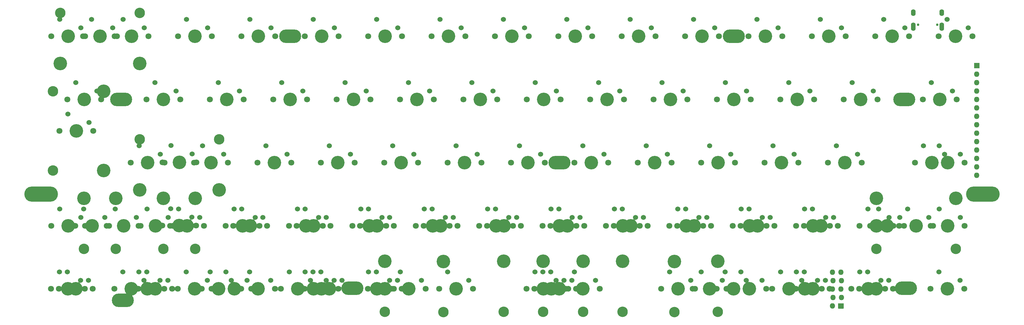
<source format=gbr>
G04 #@! TF.GenerationSoftware,KiCad,Pcbnew,(5.1.9)-1*
G04 #@! TF.CreationDate,2021-02-12T10:27:06+09:00*
G04 #@! TF.ProjectId,Joker60-NoArrows,4a6f6b65-7236-4302-9d4e-6f4172726f77,pre-Alpha*
G04 #@! TF.SameCoordinates,Original*
G04 #@! TF.FileFunction,Soldermask,Bot*
G04 #@! TF.FilePolarity,Negative*
%FSLAX46Y46*%
G04 Gerber Fmt 4.6, Leading zero omitted, Abs format (unit mm)*
G04 Created by KiCad (PCBNEW (5.1.9)-1) date 2021-02-12 10:27:06*
%MOMM*%
%LPD*%
G01*
G04 APERTURE LIST*
%ADD10C,1.524000*%
%ADD11C,1.803800*%
%ADD12C,4.089800*%
%ADD13C,3.150000*%
%ADD14O,1.402000X2.502000*%
%ADD15O,1.402000X2.002000*%
%ADD16C,0.752000*%
%ADD17O,10.102000X4.602001*%
%ADD18O,6.602000X4.102000*%
%ADD19O,1.626000X1.626000*%
%ADD20C,0.254000*%
G04 APERTURE END LIST*
D10*
X109478990Y-145963365D03*
X103128990Y-143423365D03*
D11*
X100588990Y-148503365D03*
X110748990Y-148503365D03*
D12*
X105668990Y-148503365D03*
D10*
X83285130Y-145963365D03*
X76935130Y-143423365D03*
D11*
X74395130Y-148503365D03*
X84555130Y-148503365D03*
D12*
X79475130Y-148503365D03*
D10*
X233305000Y-145963125D03*
X226955000Y-143423125D03*
D11*
X224415000Y-148503125D03*
X234575000Y-148503125D03*
D12*
X229495000Y-148503125D03*
D10*
X230923750Y-145963365D03*
X224573750Y-143423365D03*
D11*
X222033750Y-148503365D03*
X232193750Y-148503365D03*
D12*
X227113750Y-148503365D03*
D10*
X249973750Y-145963365D03*
X243623750Y-143423365D03*
D11*
X241083750Y-148503365D03*
X251243750Y-148503365D03*
D12*
X246163750Y-148503365D03*
D10*
X128428750Y-164941250D03*
X122078750Y-162401250D03*
D11*
X119538750Y-167481250D03*
X129698750Y-167481250D03*
D12*
X124618750Y-167481250D03*
D10*
X109378750Y-164941250D03*
X103028750Y-162401250D03*
D11*
X100488750Y-167481250D03*
X110648750Y-167481250D03*
D12*
X105568750Y-167481250D03*
D10*
X83185000Y-164941250D03*
X76835000Y-162401250D03*
D11*
X74295000Y-167481250D03*
X84455000Y-167481250D03*
D12*
X79375000Y-167481250D03*
D10*
X102235000Y-164941250D03*
X95885000Y-162401250D03*
D11*
X93345000Y-167481250D03*
X103505000Y-167481250D03*
D12*
X98425000Y-167481250D03*
D10*
X121285000Y-164941250D03*
X114935000Y-162401250D03*
D11*
X112395000Y-167481250D03*
X122555000Y-167481250D03*
D12*
X117475000Y-167481250D03*
D10*
X85566250Y-164941250D03*
X79216250Y-162401250D03*
D11*
X76676250Y-167481250D03*
X86836250Y-167481250D03*
D12*
X81756250Y-167481250D03*
D10*
X106997500Y-164941250D03*
X100647500Y-162401250D03*
D11*
X98107500Y-167481250D03*
X108267500Y-167481250D03*
D12*
X103187500Y-167481250D03*
D10*
X152241250Y-164941250D03*
X145891250Y-162401250D03*
D11*
X143351250Y-167481250D03*
X153511250Y-167481250D03*
D12*
X148431250Y-167481250D03*
D10*
X176053750Y-164941250D03*
X169703750Y-162401250D03*
D11*
X167163750Y-167481250D03*
X177323750Y-167481250D03*
D12*
X172243750Y-167481250D03*
D10*
X230822500Y-164941250D03*
X224472500Y-162401250D03*
D12*
X192219580Y-159256730D03*
X261660640Y-159256730D03*
D13*
X261660640Y-174496730D03*
X192219580Y-174496730D03*
D11*
X221932500Y-167481250D03*
X232092500Y-167481250D03*
D12*
X227012500Y-167481250D03*
D10*
X283210000Y-164941250D03*
X276860000Y-162401250D03*
D11*
X274320000Y-167481250D03*
X284480000Y-167481250D03*
D12*
X279400000Y-167481250D03*
D10*
X304641250Y-164941250D03*
X298291250Y-162401250D03*
D11*
X295751250Y-167481250D03*
X305911250Y-167481250D03*
D12*
X300831250Y-167481250D03*
D10*
X326072500Y-164941250D03*
X319722500Y-162401250D03*
D11*
X317182500Y-167481250D03*
X327342500Y-167481250D03*
D12*
X322262500Y-167481250D03*
D10*
X83185000Y-164941250D03*
X76835000Y-162401250D03*
D11*
X74295000Y-167481250D03*
X84455000Y-167481250D03*
D12*
X79375000Y-167481250D03*
D10*
X102235000Y-164941250D03*
X95885000Y-162401250D03*
D11*
X93345000Y-167481250D03*
X103505000Y-167481250D03*
D12*
X98425000Y-167481250D03*
D10*
X121285000Y-164941250D03*
X114935000Y-162401250D03*
D11*
X112395000Y-167481250D03*
X122555000Y-167481250D03*
D12*
X117475000Y-167481250D03*
D10*
X140335000Y-164941250D03*
X133985000Y-162401250D03*
D11*
X131445000Y-167481250D03*
X141605000Y-167481250D03*
D12*
X136525000Y-167481250D03*
D10*
X159385000Y-164941250D03*
X153035000Y-162401250D03*
D11*
X150495000Y-167481250D03*
X160655000Y-167481250D03*
D12*
X155575000Y-167481250D03*
D10*
X222091250Y-162401250D03*
X228441250Y-164941250D03*
D12*
X174593250Y-159226250D03*
X274669250Y-159226250D03*
D13*
X274669250Y-174466250D03*
X174593250Y-174466250D03*
D11*
X219551250Y-167481250D03*
X229711250Y-167481250D03*
D12*
X224631250Y-167481250D03*
D10*
X219710000Y-162401250D03*
X226060000Y-164941250D03*
D12*
X234188000Y-159226250D03*
X210312000Y-159226250D03*
D13*
X210312000Y-174466250D03*
X234188000Y-174466250D03*
D11*
X217170000Y-167481250D03*
X227330000Y-167481250D03*
D12*
X222250000Y-167481250D03*
D10*
X140335000Y-164941250D03*
X133985000Y-162401250D03*
D11*
X131445000Y-167481250D03*
X141605000Y-167481250D03*
D12*
X136525000Y-167481250D03*
D10*
X161766250Y-164941250D03*
X155416250Y-162401250D03*
D11*
X152876250Y-167481250D03*
X163036250Y-167481250D03*
D12*
X157956250Y-167481250D03*
D10*
X185578750Y-164941250D03*
X179228750Y-162401250D03*
D11*
X176688750Y-167481250D03*
X186848750Y-167481250D03*
D12*
X181768750Y-167481250D03*
D10*
X178435000Y-164941250D03*
X172085000Y-162401250D03*
D11*
X169545000Y-167481250D03*
X179705000Y-167481250D03*
D12*
X174625000Y-167481250D03*
D10*
X266541250Y-164941250D03*
X260191250Y-162401250D03*
D11*
X257651250Y-167481250D03*
X267811250Y-167481250D03*
D12*
X262731250Y-167481250D03*
D10*
X347503750Y-164941250D03*
X341153750Y-162401250D03*
D11*
X338613750Y-167481250D03*
X348773750Y-167481250D03*
D12*
X343693750Y-167481250D03*
D10*
X307022500Y-164941250D03*
X300672500Y-162401250D03*
D11*
X298132500Y-167481250D03*
X308292500Y-167481250D03*
D12*
X303212500Y-167481250D03*
D10*
X326072500Y-164941250D03*
X319722500Y-162401250D03*
D11*
X317182500Y-167481250D03*
X327342500Y-167481250D03*
D12*
X322262500Y-167481250D03*
D10*
X119005000Y-145963125D03*
X112655000Y-143423125D03*
D11*
X110115000Y-148503125D03*
X120275000Y-148503125D03*
D12*
X115195000Y-148503125D03*
D10*
X338079950Y-145963365D03*
X331729950Y-143423365D03*
D12*
X322331950Y-140248365D03*
X346207950Y-140248365D03*
D13*
X346207950Y-155488365D03*
X322331950Y-155488365D03*
D11*
X329189950Y-148503365D03*
X339349950Y-148503365D03*
D12*
X334269950Y-148503365D03*
D10*
X99955000Y-145963125D03*
X93605000Y-143423125D03*
D11*
X91065000Y-148503125D03*
X101225000Y-148503125D03*
D12*
X96145000Y-148503125D03*
D10*
X109480000Y-145963125D03*
X103130000Y-143423125D03*
D12*
X93732000Y-140248125D03*
X117608000Y-140248125D03*
D13*
X117608000Y-155488125D03*
X93732000Y-155488125D03*
D11*
X100590000Y-148503125D03*
X110750000Y-148503125D03*
D12*
X105670000Y-148503125D03*
D10*
X137953750Y-145963125D03*
X131603750Y-143423125D03*
D11*
X129063750Y-148503125D03*
X139223750Y-148503125D03*
D12*
X134143750Y-148503125D03*
D10*
X157003750Y-145963125D03*
X150653750Y-143423125D03*
D11*
X148113750Y-148503125D03*
X158273750Y-148503125D03*
D12*
X153193750Y-148503125D03*
D10*
X176053750Y-145963125D03*
X169703750Y-143423125D03*
D11*
X167163750Y-148503125D03*
X177323750Y-148503125D03*
D12*
X172243750Y-148503125D03*
D10*
X195205000Y-145963125D03*
X188855000Y-143423125D03*
D11*
X186315000Y-148503125D03*
X196475000Y-148503125D03*
D12*
X191395000Y-148503125D03*
D10*
X214255000Y-145963125D03*
X207905000Y-143423125D03*
D11*
X205365000Y-148503125D03*
X215525000Y-148503125D03*
D12*
X210445000Y-148503125D03*
D10*
X252355000Y-145963125D03*
X246005000Y-143423125D03*
D11*
X243465000Y-148503125D03*
X253625000Y-148503125D03*
D12*
X248545000Y-148503125D03*
D10*
X271405000Y-145963125D03*
X265055000Y-143423125D03*
D11*
X262515000Y-148503125D03*
X272675000Y-148503125D03*
D12*
X267595000Y-148503125D03*
D10*
X290455000Y-145963125D03*
X284105000Y-143423125D03*
D11*
X281565000Y-148503125D03*
X291725000Y-148503125D03*
D12*
X286645000Y-148503125D03*
D10*
X309505000Y-145963125D03*
X303155000Y-143423125D03*
D11*
X300615000Y-148503125D03*
X310775000Y-148503125D03*
D12*
X305695000Y-148503125D03*
D10*
X329348750Y-145963125D03*
X322998750Y-143423125D03*
D11*
X320458750Y-148503125D03*
X330618750Y-148503125D03*
D12*
X325538750Y-148503125D03*
D10*
X347605000Y-145963365D03*
X341255000Y-143423365D03*
D11*
X338715000Y-148503365D03*
X348875000Y-148503365D03*
D12*
X343795000Y-148503365D03*
D10*
X330936170Y-88813125D03*
X324586170Y-86273125D03*
D11*
X322046170Y-91353125D03*
X332206170Y-91353125D03*
D12*
X327126170Y-91353125D03*
D10*
X307123750Y-145963125D03*
X300773750Y-143423125D03*
D11*
X298233750Y-148503125D03*
X308393750Y-148503125D03*
D12*
X303313750Y-148503125D03*
D10*
X85566250Y-164941250D03*
X79216250Y-162401250D03*
D11*
X76676250Y-167481250D03*
X86836250Y-167481250D03*
D12*
X81756250Y-167481250D03*
D10*
X154723750Y-145963125D03*
X148373750Y-143423125D03*
D11*
X145833750Y-148503125D03*
X155993750Y-148503125D03*
D12*
X150913750Y-148503125D03*
D10*
X116687250Y-126862325D03*
X110337250Y-124322325D03*
D12*
X100939250Y-137657325D03*
X124815250Y-137657325D03*
D13*
X124815250Y-122417325D03*
X100939250Y-122417325D03*
D11*
X107797250Y-129402325D03*
X117957250Y-129402325D03*
D12*
X112877250Y-129402325D03*
D10*
X299878750Y-164941250D03*
X293528750Y-162401250D03*
D11*
X290988750Y-167481250D03*
X301148750Y-167481250D03*
D12*
X296068750Y-167481250D03*
D10*
X157003750Y-164941250D03*
X150653750Y-162401250D03*
D11*
X148113750Y-167481250D03*
X158273750Y-167481250D03*
D12*
X153193750Y-167481250D03*
D10*
X199866250Y-164941250D03*
X193516250Y-162401250D03*
D11*
X190976250Y-167481250D03*
X201136250Y-167481250D03*
D12*
X196056250Y-167481250D03*
D10*
X276066250Y-164941250D03*
X269716250Y-162401250D03*
D11*
X267176250Y-167481250D03*
X277336250Y-167481250D03*
D12*
X272256250Y-167481250D03*
D10*
X90433810Y-145955505D03*
X84083810Y-143415505D03*
D11*
X81543810Y-148495505D03*
X91703810Y-148495505D03*
D12*
X86623810Y-148495505D03*
D10*
X116644070Y-145930105D03*
X110294070Y-143390105D03*
D11*
X107754070Y-148470105D03*
X117914070Y-148470105D03*
D12*
X112834070Y-148470105D03*
D10*
X88041130Y-107891065D03*
X81691130Y-105351065D03*
D11*
X79151130Y-110431065D03*
X89311130Y-110431065D03*
D12*
X84231130Y-110431065D03*
D10*
X331729950Y-143423365D03*
X338079950Y-145963365D03*
D12*
X346207950Y-140248365D03*
X322331950Y-140248365D03*
D13*
X322331950Y-155488365D03*
X346207950Y-155488365D03*
D11*
X329189950Y-148503365D03*
X339349950Y-148503365D03*
D12*
X334269950Y-148503365D03*
D10*
X93605000Y-143423125D03*
X99955000Y-145963125D03*
D12*
X108083000Y-140248125D03*
X84207000Y-140248125D03*
D13*
X84207000Y-155488125D03*
X108083000Y-155488125D03*
D11*
X91065000Y-148503125D03*
X101225000Y-148503125D03*
D12*
X96145000Y-148503125D03*
D10*
X287972500Y-164941250D03*
X281622500Y-162401250D03*
D11*
X279082500Y-167481250D03*
X289242500Y-167481250D03*
D12*
X284162500Y-167481250D03*
D10*
X133191250Y-164941250D03*
X126841250Y-162401250D03*
D11*
X124301250Y-167481250D03*
X134461250Y-167481250D03*
D12*
X129381250Y-167481250D03*
D10*
X231616250Y-162401250D03*
X237966250Y-164941250D03*
D12*
X246094250Y-159226250D03*
X222218250Y-159226250D03*
D13*
X222218250Y-174466250D03*
X246094250Y-174466250D03*
D11*
X229076250Y-167481250D03*
X239236250Y-167481250D03*
D12*
X234156250Y-167481250D03*
D10*
X323691250Y-164941250D03*
X317341250Y-162401250D03*
D11*
X314801250Y-167481250D03*
X324961250Y-167481250D03*
D12*
X319881250Y-167481250D03*
D10*
X349986250Y-88813125D03*
X343636250Y-86273125D03*
D11*
X341096250Y-91353125D03*
X351256250Y-91353125D03*
D12*
X346176250Y-91353125D03*
D10*
X342842506Y-126913093D03*
X336492506Y-124373093D03*
D11*
X333952506Y-129453093D03*
X344112506Y-129453093D03*
D12*
X339032506Y-129453093D03*
D10*
X347604990Y-126913285D03*
X341254990Y-124373285D03*
D11*
X338714990Y-129453285D03*
X348874990Y-129453285D03*
D12*
X343794990Y-129453285D03*
D14*
X342026250Y-88453125D03*
X333426250Y-88453125D03*
D15*
X333426250Y-84253125D03*
D16*
X334836250Y-87902125D03*
X340616250Y-87902125D03*
D15*
X342026250Y-84253125D03*
D10*
X345223730Y-107863205D03*
X338873730Y-105323205D03*
D11*
X336333730Y-110403205D03*
X346493730Y-110403205D03*
D12*
X341413730Y-110403205D03*
D10*
X326173750Y-145963365D03*
X319823750Y-143423365D03*
D11*
X317283750Y-148503365D03*
X327443750Y-148503365D03*
D12*
X322363750Y-148503365D03*
D10*
X107098750Y-126913125D03*
X100748750Y-124373125D03*
D11*
X98208750Y-129453125D03*
X108368750Y-129453125D03*
D12*
X103288750Y-129453125D03*
D10*
X347605000Y-145963365D03*
X341255000Y-143423365D03*
D11*
X338715000Y-148503365D03*
X348875000Y-148503365D03*
D12*
X343795000Y-148503365D03*
D10*
X135673750Y-145963365D03*
X129323750Y-143423365D03*
D11*
X126783750Y-148503365D03*
X136943750Y-148503365D03*
D12*
X131863750Y-148503365D03*
D17*
X71326250Y-138978325D03*
X354316250Y-138973125D03*
D18*
X227113250Y-129453285D03*
X164846250Y-167333125D03*
X95326250Y-110403205D03*
X331276250Y-167353125D03*
X279500970Y-91353125D03*
X95876250Y-170925335D03*
X146150410Y-91353125D03*
X330698060Y-110403205D03*
D10*
X311886090Y-88813125D03*
X305536090Y-86273125D03*
D11*
X302996090Y-91353125D03*
X313156090Y-91353125D03*
D12*
X308076090Y-91353125D03*
D10*
X292836010Y-88813125D03*
X286486010Y-86273125D03*
D11*
X283946010Y-91353125D03*
X294106010Y-91353125D03*
D12*
X289026010Y-91353125D03*
D10*
X273785930Y-88813125D03*
X267435930Y-86273125D03*
D11*
X264895930Y-91353125D03*
X275055930Y-91353125D03*
D12*
X269975930Y-91353125D03*
D10*
X254735850Y-88813125D03*
X248385850Y-86273125D03*
D11*
X245845850Y-91353125D03*
X256005850Y-91353125D03*
D12*
X250925850Y-91353125D03*
D10*
X235685770Y-88813125D03*
X229335770Y-86273125D03*
D11*
X226795770Y-91353125D03*
X236955770Y-91353125D03*
D12*
X231875770Y-91353125D03*
D10*
X216635690Y-88813125D03*
X210285690Y-86273125D03*
D11*
X207745690Y-91353125D03*
X217905690Y-91353125D03*
D12*
X212825690Y-91353125D03*
D10*
X197585610Y-88813125D03*
X191235610Y-86273125D03*
D11*
X188695610Y-91353125D03*
X198855610Y-91353125D03*
D12*
X193775610Y-91353125D03*
D10*
X178535530Y-88813125D03*
X172185530Y-86273125D03*
D11*
X169645530Y-91353125D03*
X179805530Y-91353125D03*
D12*
X174725530Y-91353125D03*
D10*
X159485450Y-88813125D03*
X153135450Y-86273125D03*
D11*
X150595450Y-91353125D03*
X160755450Y-91353125D03*
D12*
X155675450Y-91353125D03*
D10*
X140435370Y-88813125D03*
X134085370Y-86273125D03*
D11*
X131545370Y-91353125D03*
X141705370Y-91353125D03*
D12*
X136625370Y-91353125D03*
D10*
X121385290Y-88813125D03*
X115035290Y-86273125D03*
D11*
X112495290Y-91353125D03*
X122655290Y-91353125D03*
D12*
X117575290Y-91353125D03*
D10*
X92810170Y-88813125D03*
X86460170Y-86273125D03*
D12*
X77062170Y-99608125D03*
X100938170Y-99608125D03*
D13*
X100938170Y-84368125D03*
X77062170Y-84368125D03*
D11*
X83920170Y-91353125D03*
X94080170Y-91353125D03*
D12*
X89000170Y-91353125D03*
D10*
X321411130Y-107863205D03*
X315061130Y-105323205D03*
D11*
X312521130Y-110403205D03*
X322681130Y-110403205D03*
D12*
X317601130Y-110403205D03*
D10*
X302361050Y-107863205D03*
X296011050Y-105323205D03*
D11*
X293471050Y-110403205D03*
X303631050Y-110403205D03*
D12*
X298551050Y-110403205D03*
D10*
X283310970Y-107863205D03*
X276960970Y-105323205D03*
D11*
X274420970Y-110403205D03*
X284580970Y-110403205D03*
D12*
X279500970Y-110403205D03*
D10*
X264260890Y-107863205D03*
X257910890Y-105323205D03*
D11*
X255370890Y-110403205D03*
X265530890Y-110403205D03*
D12*
X260450890Y-110403205D03*
D10*
X245210810Y-107863205D03*
X238860810Y-105323205D03*
D11*
X236320810Y-110403205D03*
X246480810Y-110403205D03*
D12*
X241400810Y-110403205D03*
D10*
X226160730Y-107863205D03*
X219810730Y-105323205D03*
D11*
X217270730Y-110403205D03*
X227430730Y-110403205D03*
D12*
X222350730Y-110403205D03*
D10*
X207110650Y-107863205D03*
X200760650Y-105323205D03*
D11*
X198220650Y-110403205D03*
X208380650Y-110403205D03*
D12*
X203300650Y-110403205D03*
D10*
X188060570Y-107863205D03*
X181710570Y-105323205D03*
D11*
X179170570Y-110403205D03*
X189330570Y-110403205D03*
D12*
X184250570Y-110403205D03*
D10*
X169010490Y-107863205D03*
X162660490Y-105323205D03*
D11*
X160120490Y-110403205D03*
X170280490Y-110403205D03*
D12*
X165200490Y-110403205D03*
D10*
X149960410Y-107863205D03*
X143610410Y-105323205D03*
D11*
X141070410Y-110403205D03*
X151230410Y-110403205D03*
D12*
X146150410Y-110403205D03*
D10*
X130910330Y-107863205D03*
X124560330Y-105323205D03*
D11*
X122020330Y-110403205D03*
X132180330Y-110403205D03*
D12*
X127100330Y-110403205D03*
D10*
X111860250Y-107863205D03*
X105510250Y-105323205D03*
D11*
X102970250Y-110403205D03*
X113130250Y-110403205D03*
D12*
X108050250Y-110403205D03*
D10*
X316648610Y-126913285D03*
X310298610Y-124373285D03*
D11*
X307758610Y-129453285D03*
X317918610Y-129453285D03*
D12*
X312838610Y-129453285D03*
D10*
X297598530Y-126913285D03*
X291248530Y-124373285D03*
D11*
X288708530Y-129453285D03*
X298868530Y-129453285D03*
D12*
X293788530Y-129453285D03*
D10*
X278548450Y-126913285D03*
X272198450Y-124373285D03*
D11*
X269658450Y-129453285D03*
X279818450Y-129453285D03*
D12*
X274738450Y-129453285D03*
D10*
X259498370Y-126913285D03*
X253148370Y-124373285D03*
D11*
X250608370Y-129453285D03*
X260768370Y-129453285D03*
D12*
X255688370Y-129453285D03*
D10*
X240448290Y-126913285D03*
X234098290Y-124373285D03*
D11*
X231558290Y-129453285D03*
X241718290Y-129453285D03*
D12*
X236638290Y-129453285D03*
D10*
X221398210Y-126913285D03*
X215048210Y-124373285D03*
D11*
X212508210Y-129453285D03*
X222668210Y-129453285D03*
D12*
X217588210Y-129453285D03*
D10*
X183298050Y-126913285D03*
X176948050Y-124373285D03*
D11*
X174408050Y-129453285D03*
X184568050Y-129453285D03*
D12*
X179488050Y-129453285D03*
D10*
X164247970Y-126913285D03*
X157897970Y-124373285D03*
D11*
X155357970Y-129453285D03*
X165517970Y-129453285D03*
D12*
X160437970Y-129453285D03*
D10*
X145197890Y-126913285D03*
X138847890Y-124373285D03*
D11*
X136307890Y-129453285D03*
X146467890Y-129453285D03*
D12*
X141387890Y-129453285D03*
D10*
X126147810Y-126913285D03*
X119797810Y-124373285D03*
D11*
X117257810Y-129453285D03*
X127417810Y-129453285D03*
D12*
X122337810Y-129453285D03*
D10*
X288073750Y-145963365D03*
X281723750Y-143423365D03*
D11*
X279183750Y-148503365D03*
X289343750Y-148503365D03*
D12*
X284263750Y-148503365D03*
D10*
X269023750Y-145963365D03*
X262673750Y-143423365D03*
D11*
X260133750Y-148503365D03*
X270293750Y-148503365D03*
D12*
X265213750Y-148503365D03*
D10*
X211873750Y-145963365D03*
X205523750Y-143423365D03*
D11*
X202983750Y-148503365D03*
X213143750Y-148503365D03*
D12*
X208063750Y-148503365D03*
D10*
X192823750Y-145963365D03*
X186473750Y-143423365D03*
D11*
X183933750Y-148503365D03*
X194093750Y-148503365D03*
D12*
X189013750Y-148503365D03*
D10*
X173773750Y-145963365D03*
X167423750Y-143423365D03*
D11*
X164883750Y-148503365D03*
X175043750Y-148503365D03*
D12*
X169963750Y-148503365D03*
D10*
X102335210Y-88813125D03*
X95985210Y-86273125D03*
D11*
X93445210Y-91353125D03*
X103605210Y-91353125D03*
D12*
X98525210Y-91353125D03*
D10*
X202348130Y-126913285D03*
X195998130Y-124373285D03*
D11*
X193458130Y-129453285D03*
X203618130Y-129453285D03*
D12*
X198538130Y-129453285D03*
D19*
X352526250Y-133263125D03*
X352526250Y-130723125D03*
X352526250Y-128183125D03*
X352526250Y-125643125D03*
X352526250Y-123103125D03*
X352526250Y-120563125D03*
X352526250Y-118023125D03*
X352526250Y-115483125D03*
X352526250Y-112943125D03*
X352526250Y-110403125D03*
X352526250Y-107863125D03*
G36*
G01*
X351713250Y-101005125D02*
X351713250Y-99481125D01*
G75*
G02*
X351764250Y-99430125I51000J0D01*
G01*
X353288250Y-99430125D01*
G75*
G02*
X353339250Y-99481125I0J-51000D01*
G01*
X353339250Y-101005125D01*
G75*
G02*
X353288250Y-101056125I-51000J0D01*
G01*
X351764250Y-101056125D01*
G75*
G02*
X351713250Y-101005125I0J51000D01*
G01*
G37*
X352526250Y-102783125D03*
X352526250Y-105323125D03*
X311677970Y-162498525D03*
X309137970Y-162498525D03*
X311804970Y-165038525D03*
X309264970Y-165038525D03*
X309137970Y-167578525D03*
X309264970Y-170118525D03*
X309137970Y-172658525D03*
G36*
G01*
X312490970Y-171896525D02*
X312490970Y-173420525D01*
G75*
G02*
X312439970Y-173471525I-51000J0D01*
G01*
X310915970Y-173471525D01*
G75*
G02*
X310864970Y-173420525I0J51000D01*
G01*
X310864970Y-171896525D01*
G75*
G02*
X310915970Y-171845525I51000J0D01*
G01*
X312439970Y-171845525D01*
G75*
G02*
X312490970Y-171896525I0J-51000D01*
G01*
G37*
X311804970Y-170118525D03*
X311677970Y-167578525D03*
D10*
X83286250Y-88813125D03*
X76936250Y-86273125D03*
D11*
X74396250Y-91353125D03*
X84556250Y-91353125D03*
D12*
X79476250Y-91353125D03*
D10*
X85667500Y-117388125D03*
X79317500Y-114848125D03*
D12*
X90112500Y-131866125D03*
X90112500Y-107990125D03*
D13*
X74872500Y-107990125D03*
X74872500Y-131866125D03*
D11*
X76777500Y-119928125D03*
X86937500Y-119928125D03*
D12*
X81857500Y-119928125D03*
D20*
G36*
X98811553Y-169478262D02*
G01*
X98811943Y-169480224D01*
X98810630Y-169481495D01*
X98793247Y-169486768D01*
X98771984Y-169498133D01*
X98753347Y-169513428D01*
X98738051Y-169532065D01*
X98726686Y-169553329D01*
X98719686Y-169576404D01*
X98717323Y-169600395D01*
X98719686Y-169624386D01*
X98726672Y-169647416D01*
X98743295Y-169675150D01*
X98743328Y-169677150D01*
X98741613Y-169678178D01*
X98740034Y-169677447D01*
X98608828Y-169517572D01*
X98608502Y-169515598D01*
X98610374Y-169514303D01*
X98625236Y-169514303D01*
X98809659Y-169477619D01*
X98811553Y-169478262D01*
G37*
G36*
X96783650Y-168684196D02*
G01*
X96845825Y-168777247D01*
X96941499Y-168872921D01*
X96942017Y-168874853D01*
X96940085Y-168876335D01*
X96675159Y-168876335D01*
X96673427Y-168875335D01*
X96673427Y-168873335D01*
X96674963Y-168872345D01*
X96699150Y-168869963D01*
X96722225Y-168862963D01*
X96743489Y-168851598D01*
X96762126Y-168836303D01*
X96777421Y-168817666D01*
X96788786Y-168796402D01*
X96795786Y-168773327D01*
X96798149Y-168749336D01*
X96795786Y-168725345D01*
X96788786Y-168702270D01*
X96780223Y-168686250D01*
X96780289Y-168684251D01*
X96782052Y-168683308D01*
X96783650Y-168684196D01*
G37*
G36*
X328087006Y-167984861D02*
G01*
X328133230Y-168137240D01*
X328147917Y-168164718D01*
X328147851Y-168166717D01*
X328146088Y-168167660D01*
X328144490Y-168166772D01*
X328134395Y-168151663D01*
X328117348Y-168134616D01*
X328097301Y-168121222D01*
X328075027Y-168111995D01*
X328051377Y-168107291D01*
X328027271Y-168107291D01*
X328003621Y-168111995D01*
X327981391Y-168121203D01*
X327955421Y-168140463D01*
X327953434Y-168140692D01*
X327952243Y-168139086D01*
X327952816Y-168137443D01*
X328038124Y-168052135D01*
X328083429Y-167984331D01*
X328085223Y-167983446D01*
X328087006Y-167984861D01*
G37*
G36*
X161554547Y-167407119D02*
G01*
X161586629Y-167732860D01*
X161655351Y-167959406D01*
X161654897Y-167961354D01*
X161652983Y-167961935D01*
X161651589Y-167960752D01*
X161644639Y-167943974D01*
X161631245Y-167923927D01*
X161614198Y-167906880D01*
X161594150Y-167893485D01*
X161571877Y-167884258D01*
X161548226Y-167879554D01*
X161524120Y-167879554D01*
X161500470Y-167884258D01*
X161478196Y-167893485D01*
X161458149Y-167906879D01*
X161440962Y-167924066D01*
X161439030Y-167924584D01*
X161437616Y-167923170D01*
X161437885Y-167921541D01*
X161448632Y-167905456D01*
X161516140Y-167742476D01*
X161550557Y-167569453D01*
X161550557Y-167407315D01*
X161551557Y-167405583D01*
X161553557Y-167405583D01*
X161554547Y-167407119D01*
G37*
G36*
X290116944Y-167690975D02*
G01*
X290117587Y-167692089D01*
X290127610Y-167742476D01*
X290195118Y-167905456D01*
X290217325Y-167938692D01*
X290217456Y-167940688D01*
X290215793Y-167941799D01*
X290214116Y-167941072D01*
X290202592Y-167927029D01*
X290183955Y-167911733D01*
X290162691Y-167900368D01*
X290139616Y-167893368D01*
X290115625Y-167891005D01*
X290091634Y-167893368D01*
X290068559Y-167900368D01*
X290047296Y-167911733D01*
X290028659Y-167927028D01*
X290017133Y-167941072D01*
X290015261Y-167941776D01*
X290013715Y-167940507D01*
X290013924Y-167938692D01*
X290036132Y-167905456D01*
X290103640Y-167742476D01*
X290113663Y-167692089D01*
X290114982Y-167690585D01*
X290116944Y-167690975D01*
G37*
G36*
X111523194Y-167690975D02*
G01*
X111523837Y-167692089D01*
X111533860Y-167742476D01*
X111601368Y-167905456D01*
X111623575Y-167938692D01*
X111623706Y-167940688D01*
X111622043Y-167941799D01*
X111620366Y-167941072D01*
X111608842Y-167927029D01*
X111590205Y-167911733D01*
X111568941Y-167900368D01*
X111545866Y-167893368D01*
X111521875Y-167891005D01*
X111497884Y-167893368D01*
X111474809Y-167900368D01*
X111453546Y-167911733D01*
X111434909Y-167927028D01*
X111423383Y-167941072D01*
X111421511Y-167941776D01*
X111419965Y-167940507D01*
X111420174Y-167938692D01*
X111442382Y-167905456D01*
X111509890Y-167742476D01*
X111519913Y-167692089D01*
X111521232Y-167690585D01*
X111523194Y-167690975D01*
G37*
G36*
X142479444Y-167690975D02*
G01*
X142480087Y-167692089D01*
X142490110Y-167742476D01*
X142557618Y-167905456D01*
X142579825Y-167938692D01*
X142579956Y-167940688D01*
X142578293Y-167941799D01*
X142576616Y-167941072D01*
X142565092Y-167927029D01*
X142546455Y-167911733D01*
X142525191Y-167900368D01*
X142502116Y-167893368D01*
X142478125Y-167891005D01*
X142454134Y-167893368D01*
X142431059Y-167900368D01*
X142409796Y-167911733D01*
X142391159Y-167927028D01*
X142379633Y-167941072D01*
X142377761Y-167941776D01*
X142376215Y-167940507D01*
X142376424Y-167938692D01*
X142398632Y-167905456D01*
X142466140Y-167742476D01*
X142476163Y-167692089D01*
X142477482Y-167690585D01*
X142479444Y-167690975D01*
G37*
G36*
X161593873Y-166906906D02*
G01*
X161594142Y-166908625D01*
X161586629Y-166933390D01*
X161547259Y-167333125D01*
X161551725Y-167378464D01*
X161550900Y-167380286D01*
X161548910Y-167380482D01*
X161547773Y-167379050D01*
X161516140Y-167220024D01*
X161448632Y-167057044D01*
X161372662Y-166943348D01*
X161372531Y-166941352D01*
X161374194Y-166940241D01*
X161375871Y-166940968D01*
X161387400Y-166955015D01*
X161406037Y-166970310D01*
X161427300Y-166981675D01*
X161450375Y-166988675D01*
X161474366Y-166991038D01*
X161498357Y-166988675D01*
X161521432Y-166981675D01*
X161542696Y-166970310D01*
X161561333Y-166955014D01*
X161576597Y-166936414D01*
X161590420Y-166907189D01*
X161592065Y-166906051D01*
X161593873Y-166906906D01*
G37*
G36*
X111423384Y-167021428D02*
G01*
X111434908Y-167035471D01*
X111453545Y-167050767D01*
X111474809Y-167062132D01*
X111497884Y-167069132D01*
X111521875Y-167071495D01*
X111545866Y-167069132D01*
X111568941Y-167062132D01*
X111590204Y-167050767D01*
X111608841Y-167035472D01*
X111620367Y-167021428D01*
X111622239Y-167020724D01*
X111623785Y-167021993D01*
X111623576Y-167023808D01*
X111601368Y-167057044D01*
X111533860Y-167220024D01*
X111523837Y-167270411D01*
X111522518Y-167271915D01*
X111520556Y-167271525D01*
X111519913Y-167270411D01*
X111509890Y-167220024D01*
X111442382Y-167057044D01*
X111420175Y-167023808D01*
X111420044Y-167021812D01*
X111421707Y-167020701D01*
X111423384Y-167021428D01*
G37*
G36*
X290017134Y-167021428D02*
G01*
X290028658Y-167035471D01*
X290047295Y-167050767D01*
X290068559Y-167062132D01*
X290091634Y-167069132D01*
X290115625Y-167071495D01*
X290139616Y-167069132D01*
X290162691Y-167062132D01*
X290183954Y-167050767D01*
X290202591Y-167035472D01*
X290214117Y-167021428D01*
X290215989Y-167020724D01*
X290217535Y-167021993D01*
X290217326Y-167023808D01*
X290195118Y-167057044D01*
X290127610Y-167220024D01*
X290117587Y-167270411D01*
X290116268Y-167271915D01*
X290114306Y-167271525D01*
X290113663Y-167270411D01*
X290103640Y-167220024D01*
X290036132Y-167057044D01*
X290013925Y-167023808D01*
X290013794Y-167021812D01*
X290015457Y-167020701D01*
X290017134Y-167021428D01*
G37*
G36*
X142379634Y-167021428D02*
G01*
X142391158Y-167035471D01*
X142409795Y-167050767D01*
X142431059Y-167062132D01*
X142454134Y-167069132D01*
X142478125Y-167071495D01*
X142502116Y-167069132D01*
X142525191Y-167062132D01*
X142546454Y-167050767D01*
X142565091Y-167035472D01*
X142576617Y-167021428D01*
X142578489Y-167020724D01*
X142580035Y-167021993D01*
X142579826Y-167023808D01*
X142557618Y-167057044D01*
X142490110Y-167220024D01*
X142480087Y-167270411D01*
X142478768Y-167271915D01*
X142476806Y-167271525D01*
X142476163Y-167270411D01*
X142466140Y-167220024D01*
X142398632Y-167057044D01*
X142376425Y-167023808D01*
X142376294Y-167021812D01*
X142377957Y-167020701D01*
X142379634Y-167021428D01*
G37*
G36*
X304015785Y-165366535D02*
G01*
X304053770Y-165423384D01*
X304159116Y-165528730D01*
X304282993Y-165611501D01*
X304420635Y-165668515D01*
X304566760Y-165697581D01*
X304603040Y-165697581D01*
X304604772Y-165698581D01*
X304604772Y-165700581D01*
X304603236Y-165701571D01*
X304585161Y-165703351D01*
X304562086Y-165710351D01*
X304540822Y-165721716D01*
X304522185Y-165737011D01*
X304506890Y-165755648D01*
X304495525Y-165776912D01*
X304488525Y-165799987D01*
X304486162Y-165823978D01*
X304488525Y-165847969D01*
X304495525Y-165871044D01*
X304506890Y-165892308D01*
X304518411Y-165906346D01*
X304518737Y-165908320D01*
X304517191Y-165909588D01*
X304515451Y-165909029D01*
X304508497Y-165902075D01*
X304175512Y-165679582D01*
X303864568Y-165550785D01*
X303863350Y-165549198D01*
X303864115Y-165547350D01*
X303865914Y-165547023D01*
X303883299Y-165552297D01*
X303907291Y-165554660D01*
X303931282Y-165552297D01*
X303954357Y-165545297D01*
X303975620Y-165533932D01*
X303994257Y-165518637D01*
X304009553Y-165500000D01*
X304020918Y-165478736D01*
X304027918Y-165455662D01*
X304030281Y-165431670D01*
X304027918Y-165407679D01*
X304020918Y-165384604D01*
X304012358Y-165368589D01*
X304012424Y-165366590D01*
X304014187Y-165365647D01*
X304015785Y-165366535D01*
G37*
G36*
X158759535Y-165366535D02*
G01*
X158797520Y-165423384D01*
X158902866Y-165528730D01*
X159026743Y-165611501D01*
X159164385Y-165668515D01*
X159310510Y-165697581D01*
X159346790Y-165697581D01*
X159348522Y-165698581D01*
X159348522Y-165700581D01*
X159346986Y-165701571D01*
X159328911Y-165703351D01*
X159305836Y-165710351D01*
X159284572Y-165721716D01*
X159265935Y-165737011D01*
X159250640Y-165755648D01*
X159239275Y-165776912D01*
X159232275Y-165799987D01*
X159229912Y-165823978D01*
X159232275Y-165847969D01*
X159239275Y-165871044D01*
X159250640Y-165892308D01*
X159262161Y-165906346D01*
X159262487Y-165908320D01*
X159260941Y-165909588D01*
X159259201Y-165909029D01*
X159252247Y-165902075D01*
X158919262Y-165679582D01*
X158608318Y-165550785D01*
X158607100Y-165549198D01*
X158607865Y-165547350D01*
X158609664Y-165547023D01*
X158627049Y-165552297D01*
X158651041Y-165554660D01*
X158675032Y-165552297D01*
X158698107Y-165545297D01*
X158719370Y-165533932D01*
X158738007Y-165518637D01*
X158753303Y-165500000D01*
X158764668Y-165478736D01*
X158771668Y-165455662D01*
X158774031Y-165431670D01*
X158771668Y-165407679D01*
X158764668Y-165384604D01*
X158756108Y-165368589D01*
X158756174Y-165366590D01*
X158757937Y-165365647D01*
X158759535Y-165366535D01*
G37*
G36*
X227815785Y-165366535D02*
G01*
X227853770Y-165423384D01*
X227959116Y-165528730D01*
X228082993Y-165611501D01*
X228220635Y-165668515D01*
X228366760Y-165697581D01*
X228403040Y-165697581D01*
X228404772Y-165698581D01*
X228404772Y-165700581D01*
X228403236Y-165701571D01*
X228385161Y-165703351D01*
X228362086Y-165710351D01*
X228340822Y-165721716D01*
X228322185Y-165737011D01*
X228306890Y-165755648D01*
X228295525Y-165776912D01*
X228288525Y-165799987D01*
X228286162Y-165823978D01*
X228288525Y-165847969D01*
X228295525Y-165871044D01*
X228306890Y-165892308D01*
X228318411Y-165906346D01*
X228318737Y-165908320D01*
X228317191Y-165909588D01*
X228315451Y-165909029D01*
X228308497Y-165902075D01*
X227975512Y-165679582D01*
X227664568Y-165550785D01*
X227663350Y-165549198D01*
X227664115Y-165547350D01*
X227665914Y-165547023D01*
X227683299Y-165552297D01*
X227707291Y-165554660D01*
X227731282Y-165552297D01*
X227754357Y-165545297D01*
X227775620Y-165533932D01*
X227794257Y-165518637D01*
X227809553Y-165500000D01*
X227820918Y-165478736D01*
X227827918Y-165455662D01*
X227830281Y-165431670D01*
X227827918Y-165407679D01*
X227820918Y-165384604D01*
X227812358Y-165368589D01*
X227812424Y-165366590D01*
X227814187Y-165365647D01*
X227815785Y-165366535D01*
G37*
G36*
X82559535Y-165366535D02*
G01*
X82597520Y-165423384D01*
X82702866Y-165528730D01*
X82826743Y-165611501D01*
X82964385Y-165668515D01*
X83110510Y-165697581D01*
X83146790Y-165697581D01*
X83148522Y-165698581D01*
X83148522Y-165700581D01*
X83146986Y-165701571D01*
X83128911Y-165703351D01*
X83105836Y-165710351D01*
X83084572Y-165721716D01*
X83065935Y-165737011D01*
X83050640Y-165755648D01*
X83039275Y-165776912D01*
X83032275Y-165799987D01*
X83029912Y-165823978D01*
X83032275Y-165847969D01*
X83039275Y-165871044D01*
X83050640Y-165892308D01*
X83062161Y-165906346D01*
X83062487Y-165908320D01*
X83060941Y-165909588D01*
X83059201Y-165909029D01*
X83052247Y-165902075D01*
X82719262Y-165679582D01*
X82408318Y-165550785D01*
X82407100Y-165549198D01*
X82407865Y-165547350D01*
X82409664Y-165547023D01*
X82427049Y-165552297D01*
X82451041Y-165554660D01*
X82475032Y-165552297D01*
X82498107Y-165545297D01*
X82519370Y-165533932D01*
X82538007Y-165518637D01*
X82553303Y-165500000D01*
X82564668Y-165478736D01*
X82571668Y-165455662D01*
X82574031Y-165431670D01*
X82571668Y-165407679D01*
X82564668Y-165384604D01*
X82556108Y-165368589D01*
X82556174Y-165366590D01*
X82557937Y-165365647D01*
X82559535Y-165366535D01*
G37*
G36*
X323065785Y-165366535D02*
G01*
X323103770Y-165423384D01*
X323209116Y-165528730D01*
X323332993Y-165611501D01*
X323470635Y-165668515D01*
X323616760Y-165697581D01*
X323653040Y-165697581D01*
X323654772Y-165698581D01*
X323654772Y-165700581D01*
X323653236Y-165701571D01*
X323635161Y-165703351D01*
X323612086Y-165710351D01*
X323590822Y-165721716D01*
X323572185Y-165737011D01*
X323556890Y-165755648D01*
X323545525Y-165776912D01*
X323538525Y-165799987D01*
X323536162Y-165823978D01*
X323538525Y-165847969D01*
X323545525Y-165871044D01*
X323556890Y-165892308D01*
X323568411Y-165906346D01*
X323568737Y-165908320D01*
X323567191Y-165909588D01*
X323565451Y-165909029D01*
X323558497Y-165902075D01*
X323225512Y-165679582D01*
X322914568Y-165550785D01*
X322913350Y-165549198D01*
X322914115Y-165547350D01*
X322915914Y-165547023D01*
X322933299Y-165552297D01*
X322957291Y-165554660D01*
X322981282Y-165552297D01*
X323004357Y-165545297D01*
X323025620Y-165533932D01*
X323044257Y-165518637D01*
X323059553Y-165500000D01*
X323070918Y-165478736D01*
X323077918Y-165455662D01*
X323080281Y-165431670D01*
X323077918Y-165407679D01*
X323070918Y-165384604D01*
X323062358Y-165368589D01*
X323062424Y-165366590D01*
X323064187Y-165365647D01*
X323065785Y-165366535D01*
G37*
G36*
X175428285Y-165366535D02*
G01*
X175466270Y-165423384D01*
X175571616Y-165528730D01*
X175695493Y-165611501D01*
X175833135Y-165668515D01*
X175979260Y-165697581D01*
X176015540Y-165697581D01*
X176017272Y-165698581D01*
X176017272Y-165700581D01*
X176015736Y-165701571D01*
X175997661Y-165703351D01*
X175974586Y-165710351D01*
X175953322Y-165721716D01*
X175934685Y-165737011D01*
X175919390Y-165755648D01*
X175908025Y-165776912D01*
X175901025Y-165799987D01*
X175898662Y-165823978D01*
X175901025Y-165847969D01*
X175908025Y-165871044D01*
X175919390Y-165892308D01*
X175930911Y-165906346D01*
X175931237Y-165908320D01*
X175929691Y-165909588D01*
X175927951Y-165909029D01*
X175920997Y-165902075D01*
X175588012Y-165679582D01*
X175277068Y-165550785D01*
X175275850Y-165549198D01*
X175276615Y-165547350D01*
X175278414Y-165547023D01*
X175295799Y-165552297D01*
X175319791Y-165554660D01*
X175343782Y-165552297D01*
X175366857Y-165545297D01*
X175388120Y-165533932D01*
X175406757Y-165518637D01*
X175422053Y-165500000D01*
X175433418Y-165478736D01*
X175440418Y-165455662D01*
X175442781Y-165431670D01*
X175440418Y-165407679D01*
X175433418Y-165384604D01*
X175424858Y-165368589D01*
X175424924Y-165366590D01*
X175426687Y-165365647D01*
X175428285Y-165366535D01*
G37*
G36*
X106372035Y-165366535D02*
G01*
X106410020Y-165423384D01*
X106515366Y-165528730D01*
X106639243Y-165611501D01*
X106776885Y-165668515D01*
X106923010Y-165697581D01*
X106959290Y-165697581D01*
X106961022Y-165698581D01*
X106961022Y-165700581D01*
X106959486Y-165701571D01*
X106941411Y-165703351D01*
X106918336Y-165710351D01*
X106897072Y-165721716D01*
X106878435Y-165737011D01*
X106863140Y-165755648D01*
X106851775Y-165776912D01*
X106844775Y-165799987D01*
X106842412Y-165823978D01*
X106844775Y-165847969D01*
X106851775Y-165871044D01*
X106863140Y-165892308D01*
X106874661Y-165906346D01*
X106874987Y-165908320D01*
X106873441Y-165909588D01*
X106871701Y-165909029D01*
X106864747Y-165902075D01*
X106531762Y-165679582D01*
X106220818Y-165550785D01*
X106219600Y-165549198D01*
X106220365Y-165547350D01*
X106222164Y-165547023D01*
X106239549Y-165552297D01*
X106263541Y-165554660D01*
X106287532Y-165552297D01*
X106310607Y-165545297D01*
X106331870Y-165533932D01*
X106350507Y-165518637D01*
X106365803Y-165500000D01*
X106377168Y-165478736D01*
X106384168Y-165455662D01*
X106386531Y-165431670D01*
X106384168Y-165407679D01*
X106377168Y-165384604D01*
X106368608Y-165368589D01*
X106368674Y-165366590D01*
X106370437Y-165365647D01*
X106372035Y-165366535D01*
G37*
G36*
X152020635Y-165668515D02*
G01*
X152166760Y-165697581D01*
X152197207Y-165697581D01*
X152198939Y-165698581D01*
X152198318Y-165701244D01*
X151969021Y-165854455D01*
X151967025Y-165854586D01*
X151965914Y-165852923D01*
X151966641Y-165851246D01*
X151980684Y-165839722D01*
X151995980Y-165821085D01*
X152007345Y-165799821D01*
X152014345Y-165776747D01*
X152016708Y-165752755D01*
X152014345Y-165728764D01*
X152007345Y-165705689D01*
X151995980Y-165684426D01*
X151980685Y-165665789D01*
X151962048Y-165650493D01*
X151946030Y-165641932D01*
X151944974Y-165640233D01*
X151945917Y-165638470D01*
X151947738Y-165638320D01*
X152020635Y-165668515D01*
G37*
G36*
X102014385Y-165668515D02*
G01*
X102160510Y-165697581D01*
X102190957Y-165697581D01*
X102192689Y-165698581D01*
X102192068Y-165701244D01*
X101962771Y-165854455D01*
X101960775Y-165854586D01*
X101959664Y-165852923D01*
X101960391Y-165851246D01*
X101974434Y-165839722D01*
X101989730Y-165821085D01*
X102001095Y-165799821D01*
X102008095Y-165776747D01*
X102010458Y-165752755D01*
X102008095Y-165728764D01*
X102001095Y-165705689D01*
X101989730Y-165684426D01*
X101974435Y-165665789D01*
X101955798Y-165650493D01*
X101939780Y-165641932D01*
X101938724Y-165640233D01*
X101939667Y-165638470D01*
X101941488Y-165638320D01*
X102014385Y-165668515D01*
G37*
G36*
X128208135Y-165668515D02*
G01*
X128354260Y-165697581D01*
X128384707Y-165697581D01*
X128386439Y-165698581D01*
X128385818Y-165701244D01*
X128156521Y-165854455D01*
X128154525Y-165854586D01*
X128153414Y-165852923D01*
X128154141Y-165851246D01*
X128168184Y-165839722D01*
X128183480Y-165821085D01*
X128194845Y-165799821D01*
X128201845Y-165776747D01*
X128204208Y-165752755D01*
X128201845Y-165728764D01*
X128194845Y-165705689D01*
X128183480Y-165684426D01*
X128168185Y-165665789D01*
X128149548Y-165650493D01*
X128133530Y-165641932D01*
X128132474Y-165640233D01*
X128133417Y-165638470D01*
X128135238Y-165638320D01*
X128208135Y-165668515D01*
G37*
G36*
X299658135Y-165668515D02*
G01*
X299804260Y-165697581D01*
X299834707Y-165697581D01*
X299836439Y-165698581D01*
X299835818Y-165701244D01*
X299606521Y-165854455D01*
X299604525Y-165854586D01*
X299603414Y-165852923D01*
X299604141Y-165851246D01*
X299618184Y-165839722D01*
X299633480Y-165821085D01*
X299644845Y-165799821D01*
X299651845Y-165776747D01*
X299654208Y-165752755D01*
X299651845Y-165728764D01*
X299644845Y-165705689D01*
X299633480Y-165684426D01*
X299618185Y-165665789D01*
X299599548Y-165650493D01*
X299583530Y-165641932D01*
X299582474Y-165640233D01*
X299583417Y-165638470D01*
X299585238Y-165638320D01*
X299658135Y-165668515D01*
G37*
G36*
X282989385Y-165668515D02*
G01*
X283135510Y-165697581D01*
X283165957Y-165697581D01*
X283167689Y-165698581D01*
X283167068Y-165701244D01*
X282937771Y-165854455D01*
X282935775Y-165854586D01*
X282934664Y-165852923D01*
X282935391Y-165851246D01*
X282949434Y-165839722D01*
X282964730Y-165821085D01*
X282976095Y-165799821D01*
X282983095Y-165776747D01*
X282985458Y-165752755D01*
X282983095Y-165728764D01*
X282976095Y-165705689D01*
X282964730Y-165684426D01*
X282949435Y-165665789D01*
X282930798Y-165650493D01*
X282914780Y-165641932D01*
X282913724Y-165640233D01*
X282914667Y-165638470D01*
X282916488Y-165638320D01*
X282989385Y-165668515D01*
G37*
G36*
X162362078Y-165416289D02*
G01*
X162362048Y-165418117D01*
X162353485Y-165434138D01*
X162346485Y-165457213D01*
X162344122Y-165481204D01*
X162346485Y-165505195D01*
X162353485Y-165528270D01*
X162364850Y-165549534D01*
X162380146Y-165568171D01*
X162398783Y-165583466D01*
X162420046Y-165594831D01*
X162443121Y-165601831D01*
X162467112Y-165604194D01*
X162491055Y-165601835D01*
X162521498Y-165590943D01*
X162523466Y-165591301D01*
X162524140Y-165593184D01*
X162523115Y-165594590D01*
X162457891Y-165629452D01*
X162187835Y-165851082D01*
X162185862Y-165851408D01*
X162184593Y-165849862D01*
X162185152Y-165848122D01*
X162197997Y-165835277D01*
X162211392Y-165815230D01*
X162220618Y-165792956D01*
X162225323Y-165769306D01*
X162225323Y-165745200D01*
X162220619Y-165721550D01*
X162211393Y-165699276D01*
X162197998Y-165679228D01*
X162180951Y-165662181D01*
X162160904Y-165648786D01*
X162138630Y-165639560D01*
X162114980Y-165634855D01*
X162090874Y-165634855D01*
X162067032Y-165639597D01*
X162065138Y-165638954D01*
X162064748Y-165636992D01*
X162065877Y-165635787D01*
X162124507Y-165611501D01*
X162248384Y-165528730D01*
X162353730Y-165423384D01*
X162358621Y-165416063D01*
X162360415Y-165415178D01*
X162362078Y-165416289D01*
G37*
G36*
X156378285Y-165366535D02*
G01*
X156416270Y-165423384D01*
X156521616Y-165528730D01*
X156645493Y-165611501D01*
X156783135Y-165668515D01*
X156929260Y-165697581D01*
X156959707Y-165697581D01*
X156961439Y-165698581D01*
X156960818Y-165701244D01*
X156766736Y-165830925D01*
X156764514Y-165830925D01*
X156538012Y-165679582D01*
X156227068Y-165550785D01*
X156225850Y-165549198D01*
X156226615Y-165547350D01*
X156228414Y-165547023D01*
X156245799Y-165552297D01*
X156269791Y-165554660D01*
X156293782Y-165552297D01*
X156316857Y-165545297D01*
X156338120Y-165533932D01*
X156356757Y-165518637D01*
X156372053Y-165500000D01*
X156383418Y-165478736D01*
X156390418Y-165455662D01*
X156392781Y-165431670D01*
X156390418Y-165407679D01*
X156383418Y-165384604D01*
X156374858Y-165368589D01*
X156374924Y-165366590D01*
X156376687Y-165365647D01*
X156378285Y-165366535D01*
G37*
G36*
X225434535Y-165366535D02*
G01*
X225472520Y-165423384D01*
X225577866Y-165528730D01*
X225701743Y-165611501D01*
X225839385Y-165668515D01*
X225985510Y-165697581D01*
X226015957Y-165697581D01*
X226017689Y-165698581D01*
X226017068Y-165701244D01*
X225822986Y-165830925D01*
X225820764Y-165830925D01*
X225594262Y-165679582D01*
X225283318Y-165550785D01*
X225282100Y-165549198D01*
X225282865Y-165547350D01*
X225284664Y-165547023D01*
X225302049Y-165552297D01*
X225326041Y-165554660D01*
X225350032Y-165552297D01*
X225373107Y-165545297D01*
X225394370Y-165533932D01*
X225413007Y-165518637D01*
X225428303Y-165500000D01*
X225439668Y-165478736D01*
X225446668Y-165455662D01*
X225449031Y-165431670D01*
X225446668Y-165407679D01*
X225439668Y-165384604D01*
X225431108Y-165368589D01*
X225431174Y-165366590D01*
X225432937Y-165365647D01*
X225434535Y-165366535D01*
G37*
G36*
X129110896Y-165278630D02*
G01*
X129111223Y-165280429D01*
X129105951Y-165297808D01*
X129103588Y-165321800D01*
X129105951Y-165345791D01*
X129112951Y-165368866D01*
X129124316Y-165390129D01*
X129139611Y-165408766D01*
X129158248Y-165424062D01*
X129179512Y-165435427D01*
X129202586Y-165442427D01*
X129220662Y-165444207D01*
X129222288Y-165445372D01*
X129222092Y-165447362D01*
X129220466Y-165448197D01*
X129181014Y-165448197D01*
X128950806Y-165493988D01*
X128948912Y-165493345D01*
X128949002Y-165490612D01*
X129016230Y-165423384D01*
X129099001Y-165299507D01*
X129107461Y-165279083D01*
X129109048Y-165277865D01*
X129110896Y-165278630D01*
G37*
G36*
X157685896Y-165278630D02*
G01*
X157686223Y-165280429D01*
X157680951Y-165297808D01*
X157678588Y-165321800D01*
X157680951Y-165345791D01*
X157687951Y-165368866D01*
X157699316Y-165390129D01*
X157714611Y-165408766D01*
X157733248Y-165424062D01*
X157754512Y-165435427D01*
X157777586Y-165442427D01*
X157795662Y-165444207D01*
X157797288Y-165445372D01*
X157797092Y-165447362D01*
X157795466Y-165448197D01*
X157756014Y-165448197D01*
X157525806Y-165493988D01*
X157523912Y-165493345D01*
X157524002Y-165490612D01*
X157591230Y-165423384D01*
X157674001Y-165299507D01*
X157682461Y-165279083D01*
X157684048Y-165277865D01*
X157685896Y-165278630D01*
G37*
G36*
X300560896Y-165278630D02*
G01*
X300561223Y-165280429D01*
X300555951Y-165297808D01*
X300553588Y-165321800D01*
X300555951Y-165345791D01*
X300562951Y-165368866D01*
X300574316Y-165390129D01*
X300589611Y-165408766D01*
X300608248Y-165424062D01*
X300629512Y-165435427D01*
X300652586Y-165442427D01*
X300670662Y-165444207D01*
X300672288Y-165445372D01*
X300672092Y-165447362D01*
X300670466Y-165448197D01*
X300631014Y-165448197D01*
X300400806Y-165493988D01*
X300398912Y-165493345D01*
X300399002Y-165490612D01*
X300466230Y-165423384D01*
X300549001Y-165299507D01*
X300557461Y-165279083D01*
X300559048Y-165277865D01*
X300560896Y-165278630D01*
G37*
G36*
X283892146Y-165278630D02*
G01*
X283892473Y-165280429D01*
X283887201Y-165297808D01*
X283884838Y-165321800D01*
X283887201Y-165345791D01*
X283894201Y-165368866D01*
X283905566Y-165390129D01*
X283920861Y-165408766D01*
X283939498Y-165424062D01*
X283960762Y-165435427D01*
X283983836Y-165442427D01*
X284001912Y-165444207D01*
X284003538Y-165445372D01*
X284003342Y-165447362D01*
X284001716Y-165448197D01*
X283962264Y-165448197D01*
X283732056Y-165493988D01*
X283730162Y-165493345D01*
X283730252Y-165490612D01*
X283797480Y-165423384D01*
X283880251Y-165299507D01*
X283888711Y-165279083D01*
X283890298Y-165277865D01*
X283892146Y-165278630D01*
G37*
G36*
X152923396Y-165278630D02*
G01*
X152923723Y-165280429D01*
X152918451Y-165297808D01*
X152916088Y-165321800D01*
X152918451Y-165345791D01*
X152925451Y-165368866D01*
X152936816Y-165390129D01*
X152952111Y-165408766D01*
X152970748Y-165424062D01*
X152992012Y-165435427D01*
X153015086Y-165442427D01*
X153033162Y-165444207D01*
X153034788Y-165445372D01*
X153034592Y-165447362D01*
X153032966Y-165448197D01*
X152993514Y-165448197D01*
X152763306Y-165493988D01*
X152761412Y-165493345D01*
X152761502Y-165490612D01*
X152828730Y-165423384D01*
X152911501Y-165299507D01*
X152919961Y-165279083D01*
X152921548Y-165277865D01*
X152923396Y-165278630D01*
G37*
G36*
X226742146Y-165278630D02*
G01*
X226742473Y-165280429D01*
X226737201Y-165297808D01*
X226734838Y-165321800D01*
X226737201Y-165345791D01*
X226744201Y-165368866D01*
X226755566Y-165390129D01*
X226770861Y-165408766D01*
X226789498Y-165424062D01*
X226810762Y-165435427D01*
X226833836Y-165442427D01*
X226851912Y-165444207D01*
X226853538Y-165445372D01*
X226853342Y-165447362D01*
X226851716Y-165448197D01*
X226812264Y-165448197D01*
X226582056Y-165493988D01*
X226580162Y-165493345D01*
X226580252Y-165490612D01*
X226647480Y-165423384D01*
X226730251Y-165299507D01*
X226738711Y-165279083D01*
X226740298Y-165277865D01*
X226742146Y-165278630D01*
G37*
G36*
X102917146Y-165278630D02*
G01*
X102917473Y-165280429D01*
X102912201Y-165297808D01*
X102909838Y-165321800D01*
X102912201Y-165345791D01*
X102919201Y-165368866D01*
X102930566Y-165390129D01*
X102945861Y-165408766D01*
X102964498Y-165424062D01*
X102985762Y-165435427D01*
X103008836Y-165442427D01*
X103026912Y-165444207D01*
X103028538Y-165445372D01*
X103028342Y-165447362D01*
X103026716Y-165448197D01*
X102987264Y-165448197D01*
X102757056Y-165493988D01*
X102755162Y-165493345D01*
X102755252Y-165490612D01*
X102822480Y-165423384D01*
X102905251Y-165299507D01*
X102913711Y-165279083D01*
X102915298Y-165277865D01*
X102917146Y-165278630D01*
G37*
G36*
X117176780Y-148978632D02*
G01*
X117218446Y-149040990D01*
X117315590Y-149138134D01*
X117316108Y-149140066D01*
X117314694Y-149141480D01*
X117312907Y-149141094D01*
X117298863Y-149129568D01*
X117277599Y-149118203D01*
X117254524Y-149111203D01*
X117230533Y-149108840D01*
X117206542Y-149111203D01*
X117183467Y-149118203D01*
X117162203Y-149129568D01*
X117143566Y-149144863D01*
X117128271Y-149163500D01*
X117119706Y-149179526D01*
X117118007Y-149180582D01*
X117116244Y-149179639D01*
X117116094Y-149177818D01*
X117149923Y-149096146D01*
X117173155Y-148979353D01*
X117174474Y-148977849D01*
X117176780Y-148978632D01*
G37*
G36*
X136140540Y-148904448D02*
G01*
X136150118Y-148927571D01*
X136248126Y-149074250D01*
X136278302Y-149104426D01*
X136278820Y-149106358D01*
X136277406Y-149107772D01*
X136275619Y-149107386D01*
X136261575Y-149095860D01*
X136240311Y-149084495D01*
X136217236Y-149077495D01*
X136193245Y-149075132D01*
X136169254Y-149077495D01*
X136146179Y-149084495D01*
X136124915Y-149095860D01*
X136106278Y-149111155D01*
X136090983Y-149129792D01*
X136082419Y-149145816D01*
X136080720Y-149146872D01*
X136078957Y-149145929D01*
X136078807Y-149144108D01*
X136098673Y-149096146D01*
X136136730Y-148904823D01*
X136138049Y-148903319D01*
X136140540Y-148904448D01*
G37*
G36*
X174240540Y-148904448D02*
G01*
X174250118Y-148927571D01*
X174348126Y-149074250D01*
X174378302Y-149104426D01*
X174378820Y-149106358D01*
X174377406Y-149107772D01*
X174375619Y-149107386D01*
X174361575Y-149095860D01*
X174340311Y-149084495D01*
X174317236Y-149077495D01*
X174293245Y-149075132D01*
X174269254Y-149077495D01*
X174246179Y-149084495D01*
X174224915Y-149095860D01*
X174206278Y-149111155D01*
X174190983Y-149129792D01*
X174182419Y-149145816D01*
X174180720Y-149146872D01*
X174178957Y-149145929D01*
X174178807Y-149144108D01*
X174198673Y-149096146D01*
X174236730Y-148904823D01*
X174238049Y-148903319D01*
X174240540Y-148904448D01*
G37*
G36*
X167970706Y-148904738D02*
G01*
X168008827Y-149096386D01*
X168028555Y-149144014D01*
X168028294Y-149145997D01*
X168026446Y-149146762D01*
X168024943Y-149145722D01*
X168016376Y-149129693D01*
X168001080Y-149111056D01*
X167982444Y-149095761D01*
X167961180Y-149084396D01*
X167938105Y-149077396D01*
X167914114Y-149075033D01*
X167890123Y-149077396D01*
X167867048Y-149084396D01*
X167845784Y-149095761D01*
X167831740Y-149107287D01*
X167829766Y-149107613D01*
X167828498Y-149106067D01*
X167829057Y-149104327D01*
X167859374Y-149074010D01*
X167957382Y-148927331D01*
X167966896Y-148904363D01*
X167968483Y-148903145D01*
X167970706Y-148904738D01*
G37*
G36*
X129870706Y-148904738D02*
G01*
X129908827Y-149096386D01*
X129928555Y-149144014D01*
X129928294Y-149145997D01*
X129926446Y-149146762D01*
X129924943Y-149145722D01*
X129916376Y-149129693D01*
X129901080Y-149111056D01*
X129882444Y-149095761D01*
X129861180Y-149084396D01*
X129838105Y-149077396D01*
X129814114Y-149075033D01*
X129790123Y-149077396D01*
X129767048Y-149084396D01*
X129745784Y-149095761D01*
X129731740Y-149107287D01*
X129729766Y-149107613D01*
X129728498Y-149106067D01*
X129729057Y-149104327D01*
X129759374Y-149074010D01*
X129857382Y-148927331D01*
X129866896Y-148904363D01*
X129868483Y-148903145D01*
X129870706Y-148904738D01*
G37*
G36*
X155190572Y-148904286D02*
G01*
X155200118Y-148927331D01*
X155298126Y-149074010D01*
X155328372Y-149104256D01*
X155328890Y-149106188D01*
X155327476Y-149107602D01*
X155325689Y-149107216D01*
X155311645Y-149095690D01*
X155290381Y-149084325D01*
X155267306Y-149077325D01*
X155243315Y-149074962D01*
X155219324Y-149077325D01*
X155196249Y-149084325D01*
X155174985Y-149095690D01*
X155156348Y-149110985D01*
X155141053Y-149129622D01*
X155132491Y-149145643D01*
X155130793Y-149146699D01*
X155129029Y-149145756D01*
X155128879Y-149143935D01*
X155148673Y-149096146D01*
X155186762Y-148904661D01*
X155188081Y-148903157D01*
X155190572Y-148904286D01*
G37*
G36*
X148920738Y-148904661D02*
G01*
X148958827Y-149096146D01*
X148978621Y-149143935D01*
X148978360Y-149145918D01*
X148976512Y-149146683D01*
X148975009Y-149145643D01*
X148966447Y-149129622D01*
X148951152Y-149110985D01*
X148932515Y-149095690D01*
X148911251Y-149084325D01*
X148888176Y-149077325D01*
X148864185Y-149074962D01*
X148840194Y-149077325D01*
X148817119Y-149084325D01*
X148795855Y-149095690D01*
X148781811Y-149107216D01*
X148779837Y-149107542D01*
X148778569Y-149105996D01*
X148779128Y-149104256D01*
X148809374Y-149074010D01*
X148907382Y-148927331D01*
X148916928Y-148904286D01*
X148918515Y-148903068D01*
X148920738Y-148904661D01*
G37*
G36*
X328318169Y-148713215D02*
G01*
X328318812Y-148714329D01*
X328328810Y-148764591D01*
X328396318Y-148927571D01*
X328418549Y-148960842D01*
X328418680Y-148962838D01*
X328417017Y-148963949D01*
X328415340Y-148963222D01*
X328403817Y-148949181D01*
X328385180Y-148933886D01*
X328363916Y-148922521D01*
X328340841Y-148915521D01*
X328316850Y-148913158D01*
X328292859Y-148915521D01*
X328269784Y-148922521D01*
X328248520Y-148933886D01*
X328229883Y-148949181D01*
X328218360Y-148963222D01*
X328216488Y-148963926D01*
X328214942Y-148962657D01*
X328215151Y-148960842D01*
X328237382Y-148927571D01*
X328304890Y-148764591D01*
X328314888Y-148714329D01*
X328316207Y-148712825D01*
X328318169Y-148713215D01*
G37*
G36*
X328218360Y-148043508D02*
G01*
X328229883Y-148057549D01*
X328248520Y-148072844D01*
X328269784Y-148084209D01*
X328292859Y-148091209D01*
X328316850Y-148093572D01*
X328340841Y-148091209D01*
X328363916Y-148084209D01*
X328385180Y-148072844D01*
X328403817Y-148057549D01*
X328415340Y-148043508D01*
X328417212Y-148042804D01*
X328418758Y-148044073D01*
X328418549Y-148045888D01*
X328396318Y-148079159D01*
X328328810Y-148242139D01*
X328318812Y-148292401D01*
X328317493Y-148293905D01*
X328315531Y-148293515D01*
X328314888Y-148292401D01*
X328304890Y-148242139D01*
X328237382Y-148079159D01*
X328215151Y-148045888D01*
X328215020Y-148043892D01*
X328216683Y-148042781D01*
X328218360Y-148043508D01*
G37*
G36*
X136082557Y-147860768D02*
G01*
X136091124Y-147876797D01*
X136106420Y-147895434D01*
X136125056Y-147910729D01*
X136146320Y-147922094D01*
X136169395Y-147929094D01*
X136193386Y-147931457D01*
X136217377Y-147929094D01*
X136240452Y-147922094D01*
X136261716Y-147910729D01*
X136275760Y-147899203D01*
X136277734Y-147898877D01*
X136279002Y-147900423D01*
X136278443Y-147902163D01*
X136248126Y-147932480D01*
X136150118Y-148079159D01*
X136140604Y-148102127D01*
X136139017Y-148103345D01*
X136136794Y-148101752D01*
X136098673Y-147910104D01*
X136078945Y-147862476D01*
X136079206Y-147860493D01*
X136081054Y-147859728D01*
X136082557Y-147860768D01*
G37*
G36*
X174182557Y-147860768D02*
G01*
X174191124Y-147876797D01*
X174206420Y-147895434D01*
X174225056Y-147910729D01*
X174246320Y-147922094D01*
X174269395Y-147929094D01*
X174293386Y-147931457D01*
X174317377Y-147929094D01*
X174340452Y-147922094D01*
X174361716Y-147910729D01*
X174375760Y-147899203D01*
X174377734Y-147898877D01*
X174379002Y-147900423D01*
X174378443Y-147902163D01*
X174348126Y-147932480D01*
X174250118Y-148079159D01*
X174240604Y-148102127D01*
X174239017Y-148103345D01*
X174236794Y-148101752D01*
X174198673Y-147910104D01*
X174178945Y-147862476D01*
X174179206Y-147860493D01*
X174181054Y-147859728D01*
X174182557Y-147860768D01*
G37*
G36*
X155132491Y-147860607D02*
G01*
X155141053Y-147876628D01*
X155156348Y-147895265D01*
X155174985Y-147910560D01*
X155196249Y-147921925D01*
X155219324Y-147928925D01*
X155243315Y-147931288D01*
X155267306Y-147928925D01*
X155290381Y-147921925D01*
X155311645Y-147910560D01*
X155325689Y-147899034D01*
X155327663Y-147898708D01*
X155328931Y-147900254D01*
X155328372Y-147901994D01*
X155298126Y-147932240D01*
X155200118Y-148078919D01*
X155190572Y-148101964D01*
X155188985Y-148103182D01*
X155186762Y-148101589D01*
X155148673Y-147910104D01*
X155128879Y-147862315D01*
X155129140Y-147860332D01*
X155130988Y-147859567D01*
X155132491Y-147860607D01*
G37*
G36*
X168028543Y-147860561D02*
G01*
X168028693Y-147862382D01*
X168008827Y-147910344D01*
X167970770Y-148101667D01*
X167969451Y-148103171D01*
X167966960Y-148102042D01*
X167957382Y-148078919D01*
X167859374Y-147932240D01*
X167829198Y-147902064D01*
X167828680Y-147900132D01*
X167830094Y-147898718D01*
X167831881Y-147899104D01*
X167845925Y-147910630D01*
X167867189Y-147921995D01*
X167890264Y-147928995D01*
X167914255Y-147931358D01*
X167938246Y-147928995D01*
X167961321Y-147921995D01*
X167982585Y-147910630D01*
X168001222Y-147895335D01*
X168016517Y-147876698D01*
X168025081Y-147860674D01*
X168026780Y-147859618D01*
X168028543Y-147860561D01*
G37*
G36*
X129928543Y-147860561D02*
G01*
X129928693Y-147862382D01*
X129908827Y-147910344D01*
X129870770Y-148101667D01*
X129869451Y-148103171D01*
X129866960Y-148102042D01*
X129857382Y-148078919D01*
X129759374Y-147932240D01*
X129729198Y-147902064D01*
X129728680Y-147900132D01*
X129730094Y-147898718D01*
X129731881Y-147899104D01*
X129745925Y-147910630D01*
X129767189Y-147921995D01*
X129790264Y-147928995D01*
X129814255Y-147931358D01*
X129838246Y-147928995D01*
X129861321Y-147921995D01*
X129882585Y-147910630D01*
X129901222Y-147895335D01*
X129916517Y-147876698D01*
X129925081Y-147860674D01*
X129926780Y-147859618D01*
X129928543Y-147860561D01*
G37*
G36*
X148978471Y-147860494D02*
G01*
X148978621Y-147862315D01*
X148958827Y-147910104D01*
X148920738Y-148101589D01*
X148919419Y-148103093D01*
X148916928Y-148101964D01*
X148907382Y-148078919D01*
X148809374Y-147932240D01*
X148779128Y-147901994D01*
X148778610Y-147900062D01*
X148780024Y-147898648D01*
X148781811Y-147899034D01*
X148795855Y-147910560D01*
X148817119Y-147921925D01*
X148840194Y-147928925D01*
X148864185Y-147931288D01*
X148888176Y-147928925D01*
X148911251Y-147921925D01*
X148932515Y-147910560D01*
X148951152Y-147895265D01*
X148966447Y-147876628D01*
X148975009Y-147860607D01*
X148976707Y-147859551D01*
X148978471Y-147860494D01*
G37*
G36*
X117100365Y-147780031D02*
G01*
X117108928Y-147796053D01*
X117124223Y-147814690D01*
X117142860Y-147829985D01*
X117164124Y-147841350D01*
X117187199Y-147848350D01*
X117211190Y-147850713D01*
X117235181Y-147848350D01*
X117258256Y-147841350D01*
X117279520Y-147829985D01*
X117293564Y-147818459D01*
X117295538Y-147818133D01*
X117296806Y-147819679D01*
X117296247Y-147821419D01*
X117218446Y-147899220D01*
X117166657Y-147976727D01*
X117164863Y-147977612D01*
X117163032Y-147976006D01*
X117149923Y-147910104D01*
X117096753Y-147781739D01*
X117097014Y-147779756D01*
X117098862Y-147778991D01*
X117100365Y-147780031D01*
G37*
G36*
X287448062Y-146388317D02*
G01*
X287486270Y-146445499D01*
X287591616Y-146550845D01*
X287715493Y-146633616D01*
X287853135Y-146690630D01*
X287999260Y-146719696D01*
X288035780Y-146719696D01*
X288037512Y-146720696D01*
X288037512Y-146722696D01*
X288035976Y-146723686D01*
X288017901Y-146725466D01*
X287994826Y-146732466D01*
X287973562Y-146743831D01*
X287954925Y-146759126D01*
X287939630Y-146777763D01*
X287928265Y-146799027D01*
X287921265Y-146822102D01*
X287918902Y-146846093D01*
X287921265Y-146870084D01*
X287928265Y-146893159D01*
X287939630Y-146914423D01*
X287951151Y-146928461D01*
X287951477Y-146930435D01*
X287949931Y-146931703D01*
X287948191Y-146931144D01*
X287940997Y-146923950D01*
X287608012Y-146701457D01*
X287296846Y-146572568D01*
X287295628Y-146570981D01*
X287296393Y-146569133D01*
X287298192Y-146568806D01*
X287315577Y-146574080D01*
X287339569Y-146576443D01*
X287363560Y-146574080D01*
X287386635Y-146567080D01*
X287407899Y-146555714D01*
X287426535Y-146540420D01*
X287441831Y-146521783D01*
X287453196Y-146500519D01*
X287460196Y-146477445D01*
X287462559Y-146453453D01*
X287460196Y-146429462D01*
X287453196Y-146406387D01*
X287444635Y-146390371D01*
X287444701Y-146388372D01*
X287446464Y-146387429D01*
X287448062Y-146388317D01*
G37*
G36*
X192198062Y-146388317D02*
G01*
X192236270Y-146445499D01*
X192341616Y-146550845D01*
X192465493Y-146633616D01*
X192603135Y-146690630D01*
X192749260Y-146719696D01*
X192785780Y-146719696D01*
X192787512Y-146720696D01*
X192787512Y-146722696D01*
X192785976Y-146723686D01*
X192767901Y-146725466D01*
X192744826Y-146732466D01*
X192723562Y-146743831D01*
X192704925Y-146759126D01*
X192689630Y-146777763D01*
X192678265Y-146799027D01*
X192671265Y-146822102D01*
X192668902Y-146846093D01*
X192671265Y-146870084D01*
X192678265Y-146893159D01*
X192689630Y-146914423D01*
X192701151Y-146928461D01*
X192701477Y-146930435D01*
X192699931Y-146931703D01*
X192698191Y-146931144D01*
X192690997Y-146923950D01*
X192358012Y-146701457D01*
X192046846Y-146572568D01*
X192045628Y-146570981D01*
X192046393Y-146569133D01*
X192048192Y-146568806D01*
X192065577Y-146574080D01*
X192089569Y-146576443D01*
X192113560Y-146574080D01*
X192136635Y-146567080D01*
X192157899Y-146555714D01*
X192176535Y-146540420D01*
X192191831Y-146521783D01*
X192203196Y-146500519D01*
X192210196Y-146477445D01*
X192212559Y-146453453D01*
X192210196Y-146429462D01*
X192203196Y-146406387D01*
X192194635Y-146390371D01*
X192194701Y-146388372D01*
X192196464Y-146387429D01*
X192198062Y-146388317D01*
G37*
G36*
X268398062Y-146388317D02*
G01*
X268436270Y-146445499D01*
X268541616Y-146550845D01*
X268665493Y-146633616D01*
X268803135Y-146690630D01*
X268949260Y-146719696D01*
X268985780Y-146719696D01*
X268987512Y-146720696D01*
X268987512Y-146722696D01*
X268985976Y-146723686D01*
X268967901Y-146725466D01*
X268944826Y-146732466D01*
X268923562Y-146743831D01*
X268904925Y-146759126D01*
X268889630Y-146777763D01*
X268878265Y-146799027D01*
X268871265Y-146822102D01*
X268868902Y-146846093D01*
X268871265Y-146870084D01*
X268878265Y-146893159D01*
X268889630Y-146914423D01*
X268901151Y-146928461D01*
X268901477Y-146930435D01*
X268899931Y-146931703D01*
X268898191Y-146931144D01*
X268890997Y-146923950D01*
X268558012Y-146701457D01*
X268246846Y-146572568D01*
X268245628Y-146570981D01*
X268246393Y-146569133D01*
X268248192Y-146568806D01*
X268265577Y-146574080D01*
X268289569Y-146576443D01*
X268313560Y-146574080D01*
X268336635Y-146567080D01*
X268357899Y-146555714D01*
X268376535Y-146540420D01*
X268391831Y-146521783D01*
X268403196Y-146500519D01*
X268410196Y-146477445D01*
X268412559Y-146453453D01*
X268410196Y-146429462D01*
X268403196Y-146406387D01*
X268394635Y-146390371D01*
X268394701Y-146388372D01*
X268396464Y-146387429D01*
X268398062Y-146388317D01*
G37*
G36*
X211248062Y-146388317D02*
G01*
X211286270Y-146445499D01*
X211391616Y-146550845D01*
X211515493Y-146633616D01*
X211653135Y-146690630D01*
X211799260Y-146719696D01*
X211835780Y-146719696D01*
X211837512Y-146720696D01*
X211837512Y-146722696D01*
X211835976Y-146723686D01*
X211817901Y-146725466D01*
X211794826Y-146732466D01*
X211773562Y-146743831D01*
X211754925Y-146759126D01*
X211739630Y-146777763D01*
X211728265Y-146799027D01*
X211721265Y-146822102D01*
X211718902Y-146846093D01*
X211721265Y-146870084D01*
X211728265Y-146893159D01*
X211739630Y-146914423D01*
X211751151Y-146928461D01*
X211751477Y-146930435D01*
X211749931Y-146931703D01*
X211748191Y-146931144D01*
X211740997Y-146923950D01*
X211408012Y-146701457D01*
X211096846Y-146572568D01*
X211095628Y-146570981D01*
X211096393Y-146569133D01*
X211098192Y-146568806D01*
X211115577Y-146574080D01*
X211139569Y-146576443D01*
X211163560Y-146574080D01*
X211186635Y-146567080D01*
X211207899Y-146555714D01*
X211226535Y-146540420D01*
X211241831Y-146521783D01*
X211253196Y-146500519D01*
X211260196Y-146477445D01*
X211262559Y-146453453D01*
X211260196Y-146429462D01*
X211253196Y-146406387D01*
X211244635Y-146390371D01*
X211244701Y-146388372D01*
X211246464Y-146387429D01*
X211248062Y-146388317D01*
G37*
G36*
X249348062Y-146388317D02*
G01*
X249386270Y-146445499D01*
X249491616Y-146550845D01*
X249615493Y-146633616D01*
X249753135Y-146690630D01*
X249899260Y-146719696D01*
X249935780Y-146719696D01*
X249937512Y-146720696D01*
X249937512Y-146722696D01*
X249935976Y-146723686D01*
X249917901Y-146725466D01*
X249894826Y-146732466D01*
X249873562Y-146743831D01*
X249854925Y-146759126D01*
X249839630Y-146777763D01*
X249828265Y-146799027D01*
X249821265Y-146822102D01*
X249818902Y-146846093D01*
X249821265Y-146870084D01*
X249828265Y-146893159D01*
X249839630Y-146914423D01*
X249851151Y-146928461D01*
X249851477Y-146930435D01*
X249849931Y-146931703D01*
X249848191Y-146931144D01*
X249840997Y-146923950D01*
X249508012Y-146701457D01*
X249196846Y-146572568D01*
X249195628Y-146570981D01*
X249196393Y-146569133D01*
X249198192Y-146568806D01*
X249215577Y-146574080D01*
X249239569Y-146576443D01*
X249263560Y-146574080D01*
X249286635Y-146567080D01*
X249307899Y-146555714D01*
X249326535Y-146540420D01*
X249341831Y-146521783D01*
X249353196Y-146500519D01*
X249360196Y-146477445D01*
X249362559Y-146453453D01*
X249360196Y-146429462D01*
X249353196Y-146406387D01*
X249344635Y-146390371D01*
X249344701Y-146388372D01*
X249346464Y-146387429D01*
X249348062Y-146388317D01*
G37*
G36*
X230298062Y-146388317D02*
G01*
X230336270Y-146445499D01*
X230441616Y-146550845D01*
X230565493Y-146633616D01*
X230703135Y-146690630D01*
X230849260Y-146719696D01*
X230885780Y-146719696D01*
X230887512Y-146720696D01*
X230887512Y-146722696D01*
X230885976Y-146723686D01*
X230867901Y-146725466D01*
X230844826Y-146732466D01*
X230823562Y-146743831D01*
X230804925Y-146759126D01*
X230789630Y-146777763D01*
X230778265Y-146799027D01*
X230771265Y-146822102D01*
X230768902Y-146846093D01*
X230771265Y-146870084D01*
X230778265Y-146893159D01*
X230789630Y-146914423D01*
X230801151Y-146928461D01*
X230801477Y-146930435D01*
X230799931Y-146931703D01*
X230798191Y-146931144D01*
X230790997Y-146923950D01*
X230458012Y-146701457D01*
X230146846Y-146572568D01*
X230145628Y-146570981D01*
X230146393Y-146569133D01*
X230148192Y-146568806D01*
X230165577Y-146574080D01*
X230189569Y-146576443D01*
X230213560Y-146574080D01*
X230236635Y-146567080D01*
X230257899Y-146555714D01*
X230276535Y-146540420D01*
X230291831Y-146521783D01*
X230303196Y-146500519D01*
X230310196Y-146477445D01*
X230312559Y-146453453D01*
X230310196Y-146429462D01*
X230303196Y-146406387D01*
X230294635Y-146390371D01*
X230294701Y-146388372D01*
X230296464Y-146387429D01*
X230298062Y-146388317D01*
G37*
G36*
X306498285Y-146388410D02*
G01*
X306536270Y-146445259D01*
X306641616Y-146550605D01*
X306765493Y-146633376D01*
X306903135Y-146690390D01*
X307049260Y-146719456D01*
X307085540Y-146719456D01*
X307087272Y-146720456D01*
X307087272Y-146722456D01*
X307085736Y-146723446D01*
X307067661Y-146725226D01*
X307044586Y-146732226D01*
X307023322Y-146743591D01*
X307004685Y-146758886D01*
X306989390Y-146777523D01*
X306978025Y-146798787D01*
X306971025Y-146821862D01*
X306968662Y-146845853D01*
X306971025Y-146869844D01*
X306978025Y-146892919D01*
X306989390Y-146914183D01*
X307000911Y-146928221D01*
X307001237Y-146930195D01*
X306999691Y-146931463D01*
X306997951Y-146930904D01*
X306990997Y-146923950D01*
X306658012Y-146701457D01*
X306347068Y-146572660D01*
X306345850Y-146571073D01*
X306346615Y-146569225D01*
X306348414Y-146568898D01*
X306365799Y-146574172D01*
X306389791Y-146576535D01*
X306413782Y-146574172D01*
X306436857Y-146567172D01*
X306458120Y-146555807D01*
X306476757Y-146540512D01*
X306492053Y-146521875D01*
X306503418Y-146500611D01*
X306510418Y-146477537D01*
X306512781Y-146453545D01*
X306510418Y-146429554D01*
X306503418Y-146406479D01*
X306494858Y-146390464D01*
X306494924Y-146388465D01*
X306496687Y-146387522D01*
X306498285Y-146388410D01*
G37*
G36*
X173186317Y-146445546D02*
G01*
X173291616Y-146550845D01*
X173415493Y-146633616D01*
X173553135Y-146690630D01*
X173647837Y-146709467D01*
X173649341Y-146710786D01*
X173648951Y-146712748D01*
X173647251Y-146713419D01*
X173629179Y-146711639D01*
X173605188Y-146714002D01*
X173582113Y-146721002D01*
X173560849Y-146732367D01*
X173542212Y-146747662D01*
X173526917Y-146766298D01*
X173515551Y-146787562D01*
X173508551Y-146810637D01*
X173506188Y-146834628D01*
X173508551Y-146858619D01*
X173515551Y-146881694D01*
X173526916Y-146902958D01*
X173540927Y-146920031D01*
X173541253Y-146922005D01*
X173539707Y-146923273D01*
X173538270Y-146922963D01*
X173206762Y-146701457D01*
X173035588Y-146630554D01*
X173034370Y-146628967D01*
X173035135Y-146627119D01*
X173036934Y-146626792D01*
X173054325Y-146632068D01*
X173078316Y-146634431D01*
X173102307Y-146632068D01*
X173125382Y-146625068D01*
X173146647Y-146613702D01*
X173165283Y-146598407D01*
X173180578Y-146579771D01*
X173191943Y-146558507D01*
X173198943Y-146535432D01*
X173201306Y-146511441D01*
X173198943Y-146487450D01*
X173191943Y-146464375D01*
X173183139Y-146447903D01*
X173183205Y-146445904D01*
X173184968Y-146444961D01*
X173186317Y-146445546D01*
G37*
G36*
X135086317Y-146445546D02*
G01*
X135191616Y-146550845D01*
X135315493Y-146633616D01*
X135453135Y-146690630D01*
X135547837Y-146709467D01*
X135549341Y-146710786D01*
X135548951Y-146712748D01*
X135547251Y-146713419D01*
X135529179Y-146711639D01*
X135505188Y-146714002D01*
X135482113Y-146721002D01*
X135460849Y-146732367D01*
X135442212Y-146747662D01*
X135426917Y-146766298D01*
X135415551Y-146787562D01*
X135408551Y-146810637D01*
X135406188Y-146834628D01*
X135408551Y-146858619D01*
X135415551Y-146881694D01*
X135426916Y-146902958D01*
X135440927Y-146920031D01*
X135441253Y-146922005D01*
X135439707Y-146923273D01*
X135438270Y-146922963D01*
X135106762Y-146701457D01*
X134935588Y-146630554D01*
X134934370Y-146628967D01*
X134935135Y-146627119D01*
X134936934Y-146626792D01*
X134954325Y-146632068D01*
X134978316Y-146634431D01*
X135002307Y-146632068D01*
X135025382Y-146625068D01*
X135046647Y-146613702D01*
X135065283Y-146598407D01*
X135080578Y-146579771D01*
X135091943Y-146558507D01*
X135098943Y-146535432D01*
X135101306Y-146511441D01*
X135098943Y-146487450D01*
X135091943Y-146464375D01*
X135083139Y-146447903D01*
X135083205Y-146445904D01*
X135084968Y-146444961D01*
X135086317Y-146445546D01*
G37*
G36*
X154136412Y-146445401D02*
G01*
X154241616Y-146550605D01*
X154365493Y-146633376D01*
X154503135Y-146690390D01*
X154597543Y-146709169D01*
X154599047Y-146710488D01*
X154598657Y-146712450D01*
X154596957Y-146713121D01*
X154578879Y-146711340D01*
X154554888Y-146713703D01*
X154531813Y-146720703D01*
X154510549Y-146732068D01*
X154491912Y-146747363D01*
X154476617Y-146766000D01*
X154465252Y-146787264D01*
X154458252Y-146810339D01*
X154455889Y-146834330D01*
X154458252Y-146858321D01*
X154465252Y-146881396D01*
X154476617Y-146902660D01*
X154490808Y-146919952D01*
X154491134Y-146921926D01*
X154489588Y-146923194D01*
X154488151Y-146922884D01*
X154156762Y-146701457D01*
X153985810Y-146630646D01*
X153984592Y-146629059D01*
X153985357Y-146627211D01*
X153987156Y-146626884D01*
X154004547Y-146632160D01*
X154028538Y-146634523D01*
X154052529Y-146632160D01*
X154075604Y-146625160D01*
X154096868Y-146613795D01*
X154115505Y-146598500D01*
X154130800Y-146579863D01*
X154142165Y-146558599D01*
X154149165Y-146535524D01*
X154151528Y-146511533D01*
X154149165Y-146487542D01*
X154142165Y-146464467D01*
X154133234Y-146447758D01*
X154133300Y-146445759D01*
X154135063Y-146444816D01*
X154136412Y-146445401D01*
G37*
G36*
X116056529Y-146412178D02*
G01*
X116161936Y-146517585D01*
X116285813Y-146600356D01*
X116423455Y-146657370D01*
X116566745Y-146685872D01*
X116568249Y-146687191D01*
X116567859Y-146689153D01*
X116566355Y-146689834D01*
X116564273Y-146689834D01*
X116564077Y-146689824D01*
X116550121Y-146688449D01*
X116526130Y-146690812D01*
X116503055Y-146697812D01*
X116481792Y-146709177D01*
X116463155Y-146724472D01*
X116447859Y-146743109D01*
X116436494Y-146764373D01*
X116429494Y-146787448D01*
X116427131Y-146811439D01*
X116429494Y-146835430D01*
X116436494Y-146858505D01*
X116447859Y-146879768D01*
X116463154Y-146898405D01*
X116477200Y-146909932D01*
X116477904Y-146911804D01*
X116476635Y-146913350D01*
X116474820Y-146913141D01*
X116158012Y-146701457D01*
X115905673Y-146596935D01*
X115904455Y-146595348D01*
X115905220Y-146593500D01*
X115907019Y-146593173D01*
X115924401Y-146598446D01*
X115948393Y-146600809D01*
X115972384Y-146598446D01*
X115995459Y-146591446D01*
X116016722Y-146580081D01*
X116035359Y-146564786D01*
X116050655Y-146546149D01*
X116062020Y-146524885D01*
X116069020Y-146501811D01*
X116071383Y-146477819D01*
X116069020Y-146453828D01*
X116062020Y-146430753D01*
X116053351Y-146414535D01*
X116053417Y-146412536D01*
X116055180Y-146411593D01*
X116056529Y-146412178D01*
G37*
G36*
X326621427Y-146577476D02*
G01*
X326620700Y-146579153D01*
X326606661Y-146590675D01*
X326591366Y-146609312D01*
X326580001Y-146630575D01*
X326573001Y-146653650D01*
X326570638Y-146677641D01*
X326573001Y-146701633D01*
X326580001Y-146724708D01*
X326591366Y-146745971D01*
X326606662Y-146764608D01*
X326620702Y-146776131D01*
X326621406Y-146778003D01*
X326620137Y-146779549D01*
X326618322Y-146779340D01*
X326501762Y-146701457D01*
X326439456Y-146675649D01*
X326438238Y-146674062D01*
X326439456Y-146671953D01*
X326532007Y-146633616D01*
X326618320Y-146575944D01*
X326620316Y-146575813D01*
X326621427Y-146577476D01*
G37*
G36*
X325494937Y-146300952D02*
G01*
X325503499Y-146321622D01*
X325586270Y-146445499D01*
X325607429Y-146466658D01*
X325607947Y-146468590D01*
X325606015Y-146470072D01*
X325381934Y-146470072D01*
X325380202Y-146469072D01*
X325380202Y-146467072D01*
X325381738Y-146466082D01*
X325399813Y-146464302D01*
X325422888Y-146457302D01*
X325444152Y-146445937D01*
X325462789Y-146430642D01*
X325478084Y-146412005D01*
X325489449Y-146390741D01*
X325496449Y-146367666D01*
X325498812Y-146343675D01*
X325496449Y-146319684D01*
X325491175Y-146302298D01*
X325491629Y-146300350D01*
X325493543Y-146299769D01*
X325494937Y-146300952D01*
G37*
G36*
X342621891Y-127640358D02*
G01*
X342768016Y-127669424D01*
X342798734Y-127669424D01*
X342800466Y-127670424D01*
X342799845Y-127673087D01*
X342570443Y-127826369D01*
X342568447Y-127826500D01*
X342567336Y-127824837D01*
X342568063Y-127823160D01*
X342582108Y-127811633D01*
X342597403Y-127792996D01*
X342608768Y-127771733D01*
X342615768Y-127748658D01*
X342618131Y-127724667D01*
X342615768Y-127700676D01*
X342608768Y-127677601D01*
X342597403Y-127656337D01*
X342582107Y-127637700D01*
X342563470Y-127622405D01*
X342547453Y-127613844D01*
X342546397Y-127612145D01*
X342547340Y-127610382D01*
X342549161Y-127610232D01*
X342621891Y-127640358D01*
G37*
G36*
X343524575Y-127250660D02*
G01*
X343524902Y-127252459D01*
X343519628Y-127269844D01*
X343517265Y-127293835D01*
X343519628Y-127317826D01*
X343526628Y-127340901D01*
X343537993Y-127362165D01*
X343553288Y-127380802D01*
X343571925Y-127396097D01*
X343593189Y-127407462D01*
X343616264Y-127414462D01*
X343634339Y-127416242D01*
X343635965Y-127417407D01*
X343635769Y-127419397D01*
X343634143Y-127420232D01*
X343594754Y-127420232D01*
X343364326Y-127466067D01*
X343362432Y-127465424D01*
X343362522Y-127462691D01*
X343429986Y-127395227D01*
X343512757Y-127271350D01*
X343521140Y-127251113D01*
X343522727Y-127249895D01*
X343524575Y-127250660D01*
G37*
M02*

</source>
